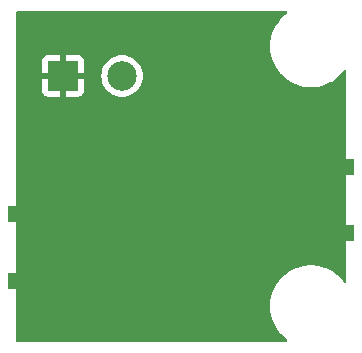
<source format=gbr>
%TF.GenerationSoftware,KiCad,Pcbnew,8.0.2*%
%TF.CreationDate,2025-01-11T00:45:03-03:00*%
%TF.ProjectId,rx_amp,72785f61-6d70-42e6-9b69-6361645f7063,rev?*%
%TF.SameCoordinates,Original*%
%TF.FileFunction,Copper,L2,Bot*%
%TF.FilePolarity,Positive*%
%FSLAX46Y46*%
G04 Gerber Fmt 4.6, Leading zero omitted, Abs format (unit mm)*
G04 Created by KiCad (PCBNEW 8.0.2) date 2025-01-11 00:45:03*
%MOMM*%
%LPD*%
G01*
G04 APERTURE LIST*
%TA.AperFunction,SMDPad,CuDef*%
%ADD10R,4.200000X1.350000*%
%TD*%
%TA.AperFunction,ComponentPad*%
%ADD11R,2.500000X2.500000*%
%TD*%
%TA.AperFunction,ComponentPad*%
%ADD12C,2.500000*%
%TD*%
%TA.AperFunction,ViaPad*%
%ADD13C,0.500000*%
%TD*%
G04 APERTURE END LIST*
D10*
%TO.P,J2,2,Ext*%
%TO.N,GND*%
X137500000Y-109825000D03*
X137500000Y-104175000D03*
%TD*%
%TO.P,J1,2,Ext*%
%TO.N,GND*%
X112500000Y-108175000D03*
X112500000Y-113825000D03*
%TD*%
D11*
%TO.P,J3,1,Pin_1*%
%TO.N,GND*%
X115000000Y-96500000D03*
D12*
%TO.P,J3,2,Pin_2*%
%TO.N,Net-(J3-Pin_2)*%
X120000000Y-96500000D03*
%TD*%
D13*
%TO.N,GND*%
X122000000Y-110000000D03*
X131000000Y-93000000D03*
X130000000Y-108000000D03*
X135000000Y-106000000D03*
X127000000Y-106000000D03*
X132000000Y-108000000D03*
X125000000Y-108000000D03*
X132000000Y-102000000D03*
X129000000Y-106000000D03*
X130000000Y-99000000D03*
X122000000Y-112000000D03*
X127000000Y-111000000D03*
X134000000Y-108000000D03*
X120000000Y-110000000D03*
X134000000Y-106000000D03*
X121000000Y-112000000D03*
X127000000Y-109000000D03*
X132000000Y-105000000D03*
X130000000Y-97000000D03*
X115000000Y-110000000D03*
X133000000Y-108000000D03*
X127000000Y-99000000D03*
X120000000Y-112000000D03*
X116000000Y-110000000D03*
X115000000Y-108000000D03*
X126000000Y-112000000D03*
X117000000Y-110000000D03*
X119000000Y-112000000D03*
X130000000Y-96000000D03*
X133000000Y-106000000D03*
X132000000Y-99000000D03*
X130000000Y-100000000D03*
X132000000Y-104000000D03*
X127500000Y-92900000D03*
X128000000Y-108000000D03*
X124000000Y-95000000D03*
X124000000Y-112000000D03*
X135000000Y-104000000D03*
X130000000Y-102000000D03*
X123000000Y-108000000D03*
X115000000Y-114000000D03*
X129500000Y-92900000D03*
X115000000Y-112000000D03*
X125000000Y-112000000D03*
X127000000Y-98000000D03*
X125000000Y-94000000D03*
X132000000Y-103000000D03*
X132000000Y-101000000D03*
X130000000Y-105000000D03*
X118000000Y-112000000D03*
X121000000Y-110000000D03*
X128000000Y-106000000D03*
X126000000Y-93000000D03*
X123000000Y-109000000D03*
X123000000Y-112000000D03*
X132000000Y-106000000D03*
X132000000Y-95000000D03*
X119000000Y-110000000D03*
X117000000Y-112000000D03*
X132000000Y-96000000D03*
X129000000Y-108000000D03*
X130000000Y-101000000D03*
X124000000Y-97000000D03*
X135000000Y-110000000D03*
X127000000Y-110000000D03*
X131000000Y-108000000D03*
X124000000Y-108000000D03*
X123000000Y-110000000D03*
X123000000Y-95000000D03*
X127000000Y-96000000D03*
X122000000Y-95000000D03*
X118000000Y-110000000D03*
X130000000Y-106000000D03*
X126000000Y-107000000D03*
X130000000Y-104000000D03*
X123000000Y-97000000D03*
X130000000Y-103000000D03*
X125000000Y-99000000D03*
X132000000Y-100000000D03*
X129500000Y-94900000D03*
X132000000Y-94000000D03*
X116000000Y-112000000D03*
X125000000Y-98000000D03*
X122000000Y-97000000D03*
X132000000Y-97000000D03*
X127000000Y-97000000D03*
X127000000Y-112000000D03*
X127500000Y-94900000D03*
X135000000Y-108000000D03*
%TD*%
%TA.AperFunction,Conductor*%
%TO.N,GND*%
G36*
X133943788Y-91019685D02*
G01*
X133989543Y-91072489D01*
X133999487Y-91141647D01*
X133970462Y-91205203D01*
X133951794Y-91222712D01*
X133883047Y-91274973D01*
X133762913Y-91366296D01*
X133762912Y-91366297D01*
X133491272Y-91623608D01*
X133249052Y-91908770D01*
X133249045Y-91908780D01*
X133039073Y-92218465D01*
X132863815Y-92549036D01*
X132863806Y-92549054D01*
X132725318Y-92896635D01*
X132725317Y-92896637D01*
X132625223Y-93257146D01*
X132625222Y-93257149D01*
X132564688Y-93626389D01*
X132544432Y-93999997D01*
X132544432Y-94000002D01*
X132564688Y-94373610D01*
X132625222Y-94742850D01*
X132625223Y-94742853D01*
X132725317Y-95103362D01*
X132725318Y-95103364D01*
X132863806Y-95450945D01*
X132863815Y-95450963D01*
X133039073Y-95781534D01*
X133175389Y-95982584D01*
X133211649Y-96036065D01*
X133249045Y-96091219D01*
X133249052Y-96091229D01*
X133374039Y-96238374D01*
X133491273Y-96376392D01*
X133762913Y-96633703D01*
X134060780Y-96860136D01*
X134060785Y-96860139D01*
X134060789Y-96860142D01*
X134060794Y-96860146D01*
X134322190Y-97017421D01*
X134381383Y-97053036D01*
X134381387Y-97053037D01*
X134381391Y-97053040D01*
X134431066Y-97076022D01*
X134720962Y-97210142D01*
X135075538Y-97329613D01*
X135440951Y-97410046D01*
X135812919Y-97450500D01*
X135812925Y-97450500D01*
X136187075Y-97450500D01*
X136187081Y-97450500D01*
X136559049Y-97410046D01*
X136924462Y-97329613D01*
X137279038Y-97210142D01*
X137618617Y-97053036D01*
X137739912Y-96980055D01*
X137939205Y-96860146D01*
X137939210Y-96860142D01*
X137939209Y-96860142D01*
X137939220Y-96860136D01*
X138237087Y-96633703D01*
X138508727Y-96376392D01*
X138750954Y-96091221D01*
X138773368Y-96058161D01*
X138827281Y-96013723D01*
X138896663Y-96005485D01*
X138959485Y-96036065D01*
X138995801Y-96095756D01*
X139000000Y-96127751D01*
X139000000Y-113872248D01*
X138980315Y-113939287D01*
X138927511Y-113985042D01*
X138858353Y-113994986D01*
X138794797Y-113965961D01*
X138773367Y-113941836D01*
X138771639Y-113939287D01*
X138750954Y-113908779D01*
X138750952Y-113908777D01*
X138750949Y-113908772D01*
X138750947Y-113908770D01*
X138508727Y-113623608D01*
X138237087Y-113366297D01*
X138237086Y-113366296D01*
X138152208Y-113301773D01*
X137939220Y-113139864D01*
X137939216Y-113139861D01*
X137939210Y-113139857D01*
X137939205Y-113139853D01*
X137618621Y-112946966D01*
X137618608Y-112946959D01*
X137279048Y-112789862D01*
X137279043Y-112789860D01*
X137279038Y-112789858D01*
X137106203Y-112731623D01*
X136924461Y-112670386D01*
X136559047Y-112589953D01*
X136187082Y-112549500D01*
X136187081Y-112549500D01*
X135812919Y-112549500D01*
X135812917Y-112549500D01*
X135440952Y-112589953D01*
X135075538Y-112670386D01*
X134801440Y-112762741D01*
X134720962Y-112789858D01*
X134720959Y-112789859D01*
X134720951Y-112789862D01*
X134381391Y-112946959D01*
X134381378Y-112946966D01*
X134060794Y-113139853D01*
X134060789Y-113139857D01*
X133762913Y-113366296D01*
X133762912Y-113366297D01*
X133491272Y-113623608D01*
X133249052Y-113908770D01*
X133249045Y-113908780D01*
X133039073Y-114218465D01*
X132863815Y-114549036D01*
X132863806Y-114549054D01*
X132725318Y-114896635D01*
X132725317Y-114896637D01*
X132625223Y-115257146D01*
X132625222Y-115257149D01*
X132564688Y-115626389D01*
X132544432Y-115999997D01*
X132544432Y-116000002D01*
X132564688Y-116373610D01*
X132625222Y-116742850D01*
X132625223Y-116742853D01*
X132725317Y-117103362D01*
X132725318Y-117103364D01*
X132863806Y-117450945D01*
X132863815Y-117450963D01*
X133039073Y-117781534D01*
X133159456Y-117959085D01*
X133211649Y-118036065D01*
X133249045Y-118091219D01*
X133249052Y-118091229D01*
X133304384Y-118156370D01*
X133491273Y-118376392D01*
X133762913Y-118633703D01*
X133951791Y-118777285D01*
X133993248Y-118833526D01*
X133997717Y-118903252D01*
X133963780Y-118964326D01*
X133902211Y-118997358D01*
X133876749Y-119000000D01*
X111124000Y-119000000D01*
X111056961Y-118980315D01*
X111011206Y-118927511D01*
X111000000Y-118876000D01*
X111000000Y-95202155D01*
X113250000Y-95202155D01*
X113250000Y-96250000D01*
X114399999Y-96250000D01*
X114374979Y-96310402D01*
X114350000Y-96435981D01*
X114350000Y-96564019D01*
X114374979Y-96689598D01*
X114399999Y-96750000D01*
X113250000Y-96750000D01*
X113250000Y-97797844D01*
X113256401Y-97857372D01*
X113256403Y-97857379D01*
X113306645Y-97992086D01*
X113306649Y-97992093D01*
X113392809Y-98107187D01*
X113392812Y-98107190D01*
X113507906Y-98193350D01*
X113507913Y-98193354D01*
X113642620Y-98243596D01*
X113642627Y-98243598D01*
X113702155Y-98249999D01*
X113702172Y-98250000D01*
X114750000Y-98250000D01*
X114750000Y-97100001D01*
X114810402Y-97125021D01*
X114935981Y-97150000D01*
X115064019Y-97150000D01*
X115189598Y-97125021D01*
X115250000Y-97100001D01*
X115250000Y-98250000D01*
X116297828Y-98250000D01*
X116297844Y-98249999D01*
X116357372Y-98243598D01*
X116357379Y-98243596D01*
X116492086Y-98193354D01*
X116492093Y-98193350D01*
X116607187Y-98107190D01*
X116607190Y-98107187D01*
X116693350Y-97992093D01*
X116693354Y-97992086D01*
X116743596Y-97857379D01*
X116743598Y-97857372D01*
X116749999Y-97797844D01*
X116750000Y-97797827D01*
X116750000Y-96750000D01*
X115600001Y-96750000D01*
X115625021Y-96689598D01*
X115650000Y-96564019D01*
X115650000Y-96499995D01*
X118244592Y-96499995D01*
X118244592Y-96500004D01*
X118264196Y-96761620D01*
X118264197Y-96761625D01*
X118322576Y-97017402D01*
X118322578Y-97017411D01*
X118322580Y-97017416D01*
X118418432Y-97261643D01*
X118549614Y-97488857D01*
X118681736Y-97654533D01*
X118713198Y-97693985D01*
X118889289Y-97857372D01*
X118905521Y-97872433D01*
X119122296Y-98020228D01*
X119122301Y-98020230D01*
X119122302Y-98020231D01*
X119122303Y-98020232D01*
X119247843Y-98080688D01*
X119358673Y-98134061D01*
X119358674Y-98134061D01*
X119358677Y-98134063D01*
X119609385Y-98211396D01*
X119868818Y-98250500D01*
X120131182Y-98250500D01*
X120390615Y-98211396D01*
X120641323Y-98134063D01*
X120877704Y-98020228D01*
X121094479Y-97872433D01*
X121286805Y-97693981D01*
X121450386Y-97488857D01*
X121581568Y-97261643D01*
X121677420Y-97017416D01*
X121735802Y-96761630D01*
X121752149Y-96543491D01*
X121755408Y-96500004D01*
X121755408Y-96499995D01*
X121735803Y-96238379D01*
X121735802Y-96238374D01*
X121735802Y-96238370D01*
X121677420Y-95982584D01*
X121581568Y-95738357D01*
X121450386Y-95511143D01*
X121286805Y-95306019D01*
X121286804Y-95306018D01*
X121286801Y-95306014D01*
X121094479Y-95127567D01*
X120877704Y-94979772D01*
X120877700Y-94979770D01*
X120877697Y-94979768D01*
X120877696Y-94979767D01*
X120641325Y-94865938D01*
X120641327Y-94865938D01*
X120390623Y-94788606D01*
X120390619Y-94788605D01*
X120390615Y-94788604D01*
X120265823Y-94769794D01*
X120131187Y-94749500D01*
X120131182Y-94749500D01*
X119868818Y-94749500D01*
X119868812Y-94749500D01*
X119707247Y-94773853D01*
X119609385Y-94788604D01*
X119609382Y-94788605D01*
X119609376Y-94788606D01*
X119358673Y-94865938D01*
X119122303Y-94979767D01*
X119122302Y-94979768D01*
X118905520Y-95127567D01*
X118713198Y-95306014D01*
X118549614Y-95511143D01*
X118418432Y-95738356D01*
X118322582Y-95982578D01*
X118322576Y-95982597D01*
X118264197Y-96238374D01*
X118264196Y-96238379D01*
X118244592Y-96499995D01*
X115650000Y-96499995D01*
X115650000Y-96435981D01*
X115625021Y-96310402D01*
X115600001Y-96250000D01*
X116750000Y-96250000D01*
X116750000Y-95202172D01*
X116749999Y-95202155D01*
X116743598Y-95142627D01*
X116743596Y-95142620D01*
X116693354Y-95007913D01*
X116693350Y-95007906D01*
X116607190Y-94892812D01*
X116607187Y-94892809D01*
X116492093Y-94806649D01*
X116492086Y-94806645D01*
X116357379Y-94756403D01*
X116357372Y-94756401D01*
X116297844Y-94750000D01*
X115250000Y-94750000D01*
X115250000Y-95899998D01*
X115189598Y-95874979D01*
X115064019Y-95850000D01*
X114935981Y-95850000D01*
X114810402Y-95874979D01*
X114750000Y-95899998D01*
X114750000Y-94750000D01*
X113702155Y-94750000D01*
X113642627Y-94756401D01*
X113642620Y-94756403D01*
X113507913Y-94806645D01*
X113507906Y-94806649D01*
X113392812Y-94892809D01*
X113392809Y-94892812D01*
X113306649Y-95007906D01*
X113306645Y-95007913D01*
X113256403Y-95142620D01*
X113256401Y-95142627D01*
X113250000Y-95202155D01*
X111000000Y-95202155D01*
X111000000Y-91124000D01*
X111019685Y-91056961D01*
X111072489Y-91011206D01*
X111124000Y-91000000D01*
X133876749Y-91000000D01*
X133943788Y-91019685D01*
G37*
%TD.AperFunction*%
%TD*%
M02*

</source>
